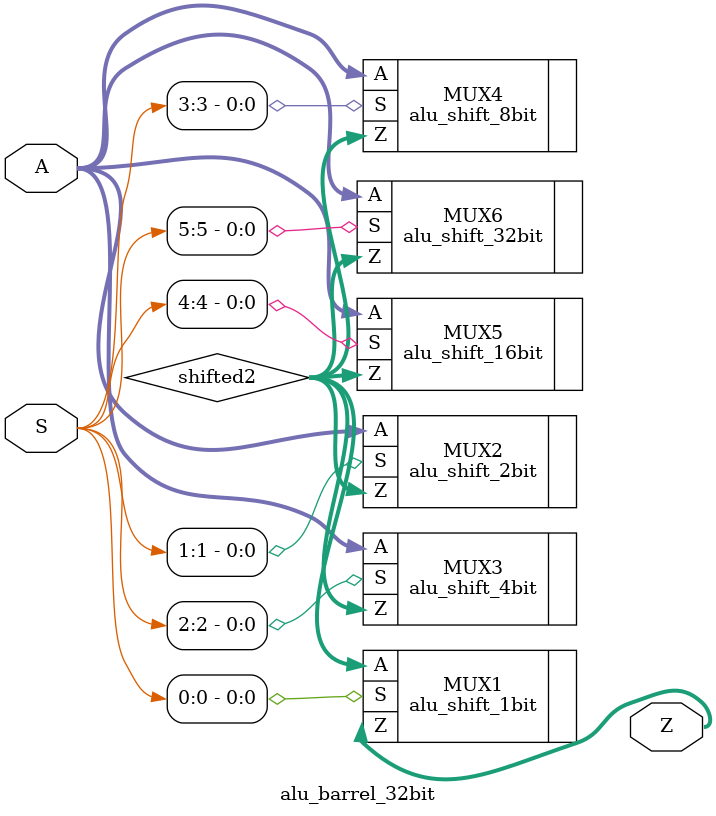
<source format=v>
`timescale 1ns / 1ps
`default_nettype none
module alu_barrel_32bit(A, S, Z);

    parameter N = 32;

	//port definitions

	input wire [(N-1):0] A;
	input wire [5:0]S;
    output wire [(N-1):0] Z;
    wire [(N-1):0] shifted2;

	alu_shift_32bit #(.N(N)) MUX6 (.A(A), .S(S[5]), .Z(shifted2));
	alu_shift_16bit #(.N(N)) MUX5 (.A(A), .S(S[4]), .Z(shifted2));
	alu_shift_8bit #(.N(N)) MUX4 (.A(A), .S(S[3]), .Z(shifted2));
	alu_shift_4bit #(.N(N)) MUX3 (.A(A), .S(S[2]), .Z(shifted2));

	alu_shift_2bit #(.N(N)) MUX2 (.A(A), .S(S[1]), .Z(shifted2));
	alu_shift_1bit #(.N(N)) MUX1 (.A(shifted2), .S(S[0]), .Z(Z));
endmodule
`default_nettype wire

</source>
